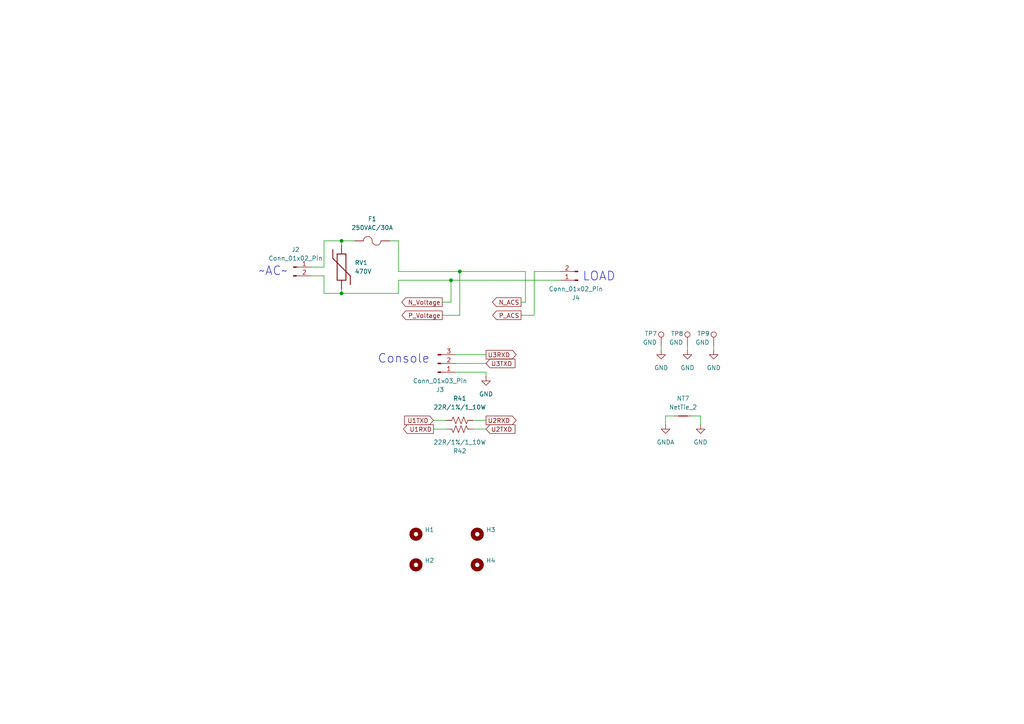
<source format=kicad_sch>
(kicad_sch (version 20231120) (generator "eeschema") (generator_version "8.0")
  (paper "A4")
  (lib_symbols
    (symbol "Connector:Conn_01x02_Pin" (pin_names (offset 1.016) hide)
      (property "Reference" "J" (at 0 2.54 0))
      (property "Value" "Conn_01x02_Pin" (at 0 -5.08 0))
      (symbol "Conn_01x02_Pin_1_1"
        (polyline (pts (xy 1.27 -2.54) (xy 0.8636 -2.54)) (stroke (width 0.1524)))
        (polyline (pts (xy 1.27 0) (xy 0.8636 0)) (stroke (width 0.1524)))
        (rectangle (start 0.8636 -2.413) (end 0 -2.667) (stroke (width 0.1524)) (fill (type outline)))
        (rectangle (start 0.8636 0.127) (end 0 -0.127) (stroke (width 0.1524)) (fill (type outline)))
        (pin passive line (at 5.08 0 180) (length 3.81) (name "Pin_1") (number "1"))
        (pin passive line (at 5.08 -2.54 180) (length 3.81) (name "Pin_2") (number "2"))
      )
    )
    (symbol "Connector:Conn_01x03_Pin" (pin_names (offset 1.016) hide)
      (property "Reference" "J" (at 0 5.08 0))
      (property "Value" "Conn_01x03_Pin" (at 0 -5.08 0))
      (symbol "Conn_01x03_Pin_1_1"
        (polyline (pts (xy 1.27 -2.54) (xy 0.8636 -2.54)) (stroke (width 0.1524)))
        (polyline (pts (xy 1.27 0) (xy 0.8636 0)) (stroke (width 0.1524)))
        (polyline (pts (xy 1.27 2.54) (xy 0.8636 2.54)) (stroke (width 0.1524)))
        (rectangle (start 0.8636 -2.413) (end 0 -2.667) (stroke (width 0.1524)) (fill (type outline)))
        (rectangle (start 0.8636 0.127) (end 0 -0.127) (stroke (width 0.1524)) (fill (type outline)))
        (rectangle (start 0.8636 2.667) (end 0 2.413) (stroke (width 0.1524)) (fill (type outline)))
        (pin passive line (at 5.08 2.54 180) (length 3.81) (name "Pin_1") (number "1"))
        (pin passive line (at 5.08 0 180) (length 3.81) (name "Pin_2") (number "2"))
        (pin passive line (at 5.08 -2.54 180) (length 3.81) (name "Pin_3") (number "3"))
      )
    )
    (symbol "Connector:TestPoint" (pin_numbers hide) (pin_names (offset 0.762) hide)
      (property "Reference" "TP" (at 0 6.858 0))
      (property "Value" "TestPoint" (at 0 5.08 0))
      (symbol "TestPoint_0_1"
        (circle (center 0 3.302) (radius 0.762))
      )
      (symbol "TestPoint_1_1"
        (pin passive line (at 0 0 90) (length 2.54) (name "1") (number "1"))
      )
    )
    (symbol "Device:NetTie_2" (pin_numbers hide) (pin_names (offset 0) hide) (in_bom no)
      (property "Reference" "NT" (at 0 1.27 0))
      (property "Value" "NetTie_2" (at 0 -1.27 0))
      (symbol "NetTie_2_0_1"
        (polyline (pts (xy -1.27 0) (xy 1.27 0)) (stroke (width 0.254)))
      )
      (symbol "NetTie_2_1_1"
        (pin passive line (at -2.54 0 0) (length 2.54) (name "1") (number "1"))
        (pin passive line (at 2.54 0 180) (length 2.54) (name "2") (number "2"))
      )
    )
    (symbol "Measurement_Power_AC:FUSE_250VAC_30A" (pin_numbers hide) (pin_names (offset 1.016) hide)
      (property "Reference" "F" (at -5.08 2.54 0))
      (property "Value" "250VAC/30A" (at -5.08 -3.81 0))
      (symbol "FUSE_250VAC_30A_0_0"
        (arc (start 0 0) (mid 1.27 -1.27) (end 2.54 0) (stroke (width 0.1524)))
        (pin passive line (at -5.08 0 0) (length 2.54) (name "~") (number "1"))
        (pin passive line (at 5.08 0 180) (length 2.54) (name "~") (number "2"))
      )
      (symbol "FUSE_250VAC_30A_1_0"
        (arc (start 0 0) (mid -1.27 1.27) (end -2.54 0) (stroke (width 0.1524)))
      )
    )
    (symbol "Measurement_Power_AC:MOV-07D471K" (pin_numbers hide) (pin_names hide)
      (property "Reference" "RV" (at -3.81 3.81 0))
      (property "Value" "470V" (at 2.286 -3.048 0))
      (symbol "MOV-07D471K_0_0"
        (polyline (pts (xy -5.08 -2.54) (xy -2.54 -2.54)) (stroke (width 0.254)))
        (polyline (pts (xy -3.81 1.27) (xy -3.81 -1.27)) (stroke (width 0.254)))
        (polyline (pts (xy -3.81 1.27) (xy 3.81 1.27)) (stroke (width 0.254)))
        (polyline (pts (xy 2.54 2.54) (xy -2.54 -2.54)) (stroke (width 0.254)))
        (polyline (pts (xy 2.54 2.54) (xy 5.08 2.54)) (stroke (width 0.254)))
        (polyline (pts (xy 3.81 -1.27) (xy -3.81 -1.27)) (stroke (width 0.254)))
        (polyline (pts (xy 3.81 -1.27) (xy 3.81 1.27)) (stroke (width 0.254)))
        (pin bidirectional line (at -6.35 0 0) (length 2.54) (name "~") (number "1"))
        (pin bidirectional line (at 6.35 0 180) (length 2.54) (name "~") (number "2"))
      )
    )
    (symbol "Measurement_Power_AC:Res_22R_0603_1%" (pin_numbers hide) (pin_names hide)
      (property "Reference" "R" (at 0 0 0))
      (property "Value" "22R/1%/1_10W" (at 0 0 0))
      (symbol "Res_22R_0603_1%_0_1"
        (polyline (pts (xy -2.286 -3.81) (xy -2.54 -3.81)))
        (polyline (pts (xy 2.286 -3.81) (xy 2.54 -3.81)))
        (polyline (pts (xy -2.286 -3.81) (xy -1.905 -2.794) (xy -1.524 -3.81) (xy -1.143 -4.826) (xy -0.762 -3.81)))
        (polyline (pts (xy -0.762 -3.81) (xy -0.381 -2.794) (xy 0 -3.81) (xy 0.381 -4.826) (xy 0.762 -3.81)))
        (polyline (pts (xy 0.762 -3.81) (xy 1.143 -2.794) (xy 1.524 -3.81) (xy 1.905 -4.826) (xy 2.286 -3.81)))
      )
      (symbol "Res_22R_0603_1%_1_1"
        (pin passive line (at -3.81 -3.81 0) (length 1.27) (name "~") (number "1"))
        (pin passive line (at 3.81 -3.81 180) (length 1.27) (name "~") (number "2"))
      )
    )
    (symbol "Mechanical:MountingHole" (pin_names (offset 1.016)) (exclude_from_sim yes) (in_bom no)
      (property "Reference" "H" (at 0 5.08 0))
      (property "Value" "MountingHole" (at 0 3.175 0))
      (symbol "MountingHole_0_1"
        (circle (center 0 0) (radius 1.27) (stroke (width 1.27)))
      )
    )
    (symbol "power:GND" (power) (pin_numbers hide) (pin_names (offset 0) hide)
      (property "Value" "GND" (at 0 -3.81 0))
      (symbol "GND_0_1"
        (polyline (pts (xy 0 0) (xy 0 -1.27) (xy 1.27 -1.27) (xy 0 -2.54) (xy -1.27 -1.27) (xy 0 -1.27)))
      )
      (symbol "GND_1_1"
        (pin power_in line (at 0 0 270) (length 0) (name "~") (number "1"))
      )
    )
    (symbol "power:GNDA" (power) (pin_numbers hide) (pin_names (offset 0) hide)
      (property "Value" "GNDA" (at 0 -3.81 0))
      (symbol "GNDA_0_1"
        (polyline (pts (xy 0 0) (xy 0 -1.27) (xy 1.27 -1.27) (xy 0 -2.54) (xy -1.27 -1.27) (xy 0 -1.27)))
      )
      (symbol "GNDA_1_1"
        (pin power_in line (at 0 0 270) (length 0) (name "~") (number "1"))
      )
    )
  )
  (junction (at 130.81 81.28))
  (junction (at 133.35 78.74))
  (junction (at 99.06 69.85))
  (junction (at 99.06 85.09))
  (wire (pts (xy 115.57 78.74) (xy 133.35 78.74)))
  (wire (pts (xy 93.98 80.01) (xy 93.98 85.09)))
  (wire (pts (xy 154.94 91.44) (xy 154.94 78.74)))
  (wire (pts (xy 207.01 100.33) (xy 207.01 101.6)))
  (wire (pts (xy 193.04 120.65) (xy 195.58 120.65)))
  (wire (pts (xy 125.73 121.92) (xy 129.54 121.92)))
  (wire (pts (xy 199.39 100.33) (xy 199.39 101.6)))
  (wire (pts (xy 93.98 69.85) (xy 99.06 69.85)))
  (wire (pts (xy 132.08 102.87) (xy 140.97 102.87)))
  (wire (pts (xy 115.57 69.85) (xy 115.57 78.74)))
  (wire (pts (xy 132.08 105.41) (xy 140.97 105.41)))
  (wire (pts (xy 115.57 81.28) (xy 115.57 85.09)))
  (wire (pts (xy 203.2 120.65) (xy 203.2 123.19)))
  (wire (pts (xy 130.81 81.28) (xy 115.57 81.28)))
  (wire (pts (xy 130.81 87.63) (xy 130.81 81.28)))
  (wire (pts (xy 99.06 71.12) (xy 99.06 69.85)))
  (wire (pts (xy 152.4 87.63) (xy 152.4 78.74)))
  (wire (pts (xy 133.35 91.44) (xy 133.35 78.74)))
  (wire (pts (xy 140.97 107.95) (xy 140.97 109.22)))
  (wire (pts (xy 132.08 107.95) (xy 140.97 107.95)))
  (wire (pts (xy 152.4 78.74) (xy 133.35 78.74)))
  (wire (pts (xy 154.94 78.74) (xy 162.56 78.74)))
  (wire (pts (xy 151.13 87.63) (xy 152.4 87.63)))
  (wire (pts (xy 93.98 77.47) (xy 93.98 69.85)))
  (wire (pts (xy 128.27 87.63) (xy 130.81 87.63)))
  (wire (pts (xy 137.16 124.46) (xy 140.97 124.46)))
  (wire (pts (xy 113.03 69.85) (xy 115.57 69.85)))
  (wire (pts (xy 191.77 100.33) (xy 191.77 101.6)))
  (wire (pts (xy 128.27 91.44) (xy 133.35 91.44)))
  (wire (pts (xy 193.04 123.19) (xy 193.04 120.65)))
  (wire (pts (xy 125.73 124.46) (xy 129.54 124.46)))
  (wire (pts (xy 99.06 85.09) (xy 115.57 85.09)))
  (wire (pts (xy 93.98 85.09) (xy 99.06 85.09)))
  (wire (pts (xy 137.16 121.92) (xy 140.97 121.92)))
  (wire (pts (xy 151.13 91.44) (xy 154.94 91.44)))
  (wire (pts (xy 99.06 83.82) (xy 99.06 85.09)))
  (wire (pts (xy 99.06 69.85) (xy 102.87 69.85)))
  (wire (pts (xy 130.81 81.28) (xy 162.56 81.28)))
  (wire (pts (xy 90.17 77.47) (xy 93.98 77.47)))
  (wire (pts (xy 203.2 120.65) (xy 200.66 120.65)))
  (wire (pts (xy 90.17 80.01) (xy 93.98 80.01)))
  (text "LOAD" (at 173.736 80.264 0) (effects (font (size 2.54 2.54))))
  (text "Console\n" (at 117.094 104.14 0) (effects (font (size 2.54 2.54))))
  (text "~AC~" (at 79.248 78.74 0) (effects (font (size 2.54 2.54))))
  (global_label "U1RXD" (shape output) (at 125.73 124.46 180) (property "Intersheetrefs" "${INTERSHEET_REFS}" (effects (hide yes))))
  (global_label "U3RXD" (shape output) (at 140.97 102.87 0) (property "Intersheetrefs" "${INTERSHEET_REFS}" (effects (hide yes))))
  (global_label "U1TXD" (shape input) (at 125.73 121.92 180) (property "Intersheetrefs" "${INTERSHEET_REFS}" (effects (hide yes))))
  (global_label "U3TXD" (shape input) (at 140.97 105.41 0) (property "Intersheetrefs" "${INTERSHEET_REFS}" (effects (hide yes))))
  (global_label "U2RXD" (shape output) (at 140.97 121.92 0) (effects (font (thickness 0.1588))) (property "Intersheetrefs" "${INTERSHEET_REFS}" (effects (hide yes))))
  (global_label "P_Voltage" (shape output) (at 128.27 91.44 180) (property "Intersheetrefs" "${INTERSHEET_REFS}" (effects (hide yes))))
  (global_label "P_ACS" (shape output) (at 151.13 91.44 180) (property "Intersheetrefs" "${INTERSHEET_REFS}" (effects (hide yes))))
  (global_label "N_Voltage" (shape output) (at 128.27 87.63 180) (property "Intersheetrefs" "${INTERSHEET_REFS}" (effects (hide yes))))
  (global_label "N_ACS" (shape output) (at 151.13 87.63 180) (property "Intersheetrefs" "${INTERSHEET_REFS}" (effects (hide yes))))
  (global_label "U2TXD" (shape input) (at 140.97 124.46 0) (effects (font (thickness 0.1588))) (property "Intersheetrefs" "${INTERSHEET_REFS}" (effects (hide yes))))
  (symbol (lib_id "Mechanical:MountingHole") (at 120.65 154.94 0) (unit 1) (exclude_from_sim yes) (in_bom no)
    (property "Reference" "H1" (at 123.19 153.6699 0) (effects (justify left)))
    (property "Value" "MountingHole" (effects (hide yes)))
    (property "Footprint" "MountingHole:MountingHole_3.2mm_M3_Pad_Via" (effects (hide yes)))
    (property "Description" "Mounting Hole without connection" (effects (hide yes)))
  )
  (symbol (lib_id "Connector:Conn_01x02_Pin") (at 167.64 81.28 180) (unit 1)
    (property "Reference" "J4" (at 167.005 86.36 0))
    (property "Value" "Conn_01x02_Pin" (at 167.005 83.82 0))
    (property "Footprint" "TerminalBlock_Phoenix:TerminalBlock_Phoenix_MKDS-1,5-2-5.08_1x02_P5.08mm_Horizontal" (effects (hide yes)))
    (property "Description" "Generic connector, single row, 01x02, script generated" (effects (hide yes)))
  )
  (symbol (lib_id "Measurement_Power_AC:MOV-07D471K") (at 99.06 77.47 90) (unit 1)
    (property "Reference" "RV1" (at 102.87 76.1999 90) (effects (justify right)))
    (property "Value" "470V" (at 102.87 78.7399 90) (effects (justify right)))
    (property "Footprint" "Measure_Power_AC:MOV07D471K" (effects (hide yes)))
    (property "Description" "MOV-07D471K, Varistors 7D471K 470V" (effects (hide yes)))
    (property "Supply name" "Thegioiic" (effects (hide yes)))
    (property "Supply part number" "Tụ Chống Sét Varistor 07D471K 470V" (effects (hide yes)))
    (property "Supply URL" "https://www.thegioiic.com/tu-chong-set-varistor-07d471k-470v" (effects (hide yes)))
  )
  (symbol (lib_id "Connector:TestPoint") (at 199.39 100.33 0) (unit 1)
    (property "Reference" "TP8" (at 194.564 96.774 0) (effects (justify left)))
    (property "Value" "GND" (at 194.056 99.314 0) (effects (justify left)))
    (property "Footprint" "TestPoint:TestPoint_Pad_3.0x3.0mm" (effects (hide yes)))
    (property "Description" "test point" (effects (hide yes)))
  )
  (symbol (lib_id "Measurement_Power_AC:Res_22R_0603_1%") (at 133.35 128.27 0) (mirror x) (unit 1)
    (property "Reference" "R42" (at 133.35 130.81 0))
    (property "Value" "22R/1%/1_10W" (at 133.35 128.27 0))
    (property "Footprint" "Measure_Power_AC:Res_0603" (effects (hide yes)))
    (property "Description" "Điện Trở 22 Ohm 0603 1%" (effects (hide yes)))
    (property "Supply Name" "Thegioiic" (effects (hide yes)))
    (property "Supply Part Number" "Điện Trở 22 Ohm 0603 1%" (effects (hide yes)))
    (property "Supply URL" "https://www.thegioiic.com/dien-tro-22-ohm-0603-1-" (effects (hide yes)))
  )
  (symbol (lib_id "Mechanical:MountingHole") (at 138.43 154.94 0) (unit 1) (exclude_from_sim yes) (in_bom no)
    (property "Reference" "H3" (at 140.97 153.6699 0) (effects (justify left)))
    (property "Value" "MountingHole" (effects (hide yes)))
    (property "Footprint" "MountingHole:MountingHole_3.2mm_M3_Pad_Via" (effects (hide yes)))
    (property "Description" "Mounting Hole without connection" (effects (hide yes)))
  )
  (symbol (lib_id "Mechanical:MountingHole") (at 138.43 163.83 0) (unit 1) (exclude_from_sim yes) (in_bom no)
    (property "Reference" "H4" (at 140.97 162.5599 0) (effects (justify left)))
    (property "Value" "MountingHole" (effects (hide yes)))
    (property "Footprint" "MountingHole:MountingHole_3.2mm_M3_Pad_Via" (effects (hide yes)))
    (property "Description" "Mounting Hole without connection" (effects (hide yes)))
  )
  (symbol (lib_id "Device:NetTie_2") (at 198.12 120.65 0) (unit 1) (in_bom no)
    (property "Reference" "NT7" (at 198.12 115.57 0))
    (property "Value" "NetTie_2" (at 198.12 118.11 0))
    (property "Footprint" "NetTie:NetTie-2_SMD_Pad0.5mm" (effects (hide yes)))
    (property "Description" "Net tie, 2 pins" (effects (hide yes)))
  )
  (symbol (lib_id "power:GND") (at 207.01 101.6 0) (unit 1)
    (property "Reference" "#PWR0153" (effects (hide yes)))
    (property "Value" "GND" (at 207.01 106.68 0))
    (property "Description" "Power symbol creates a global label with name \"GND\" , ground" (effects (hide yes)))
  )
  (symbol (lib_id "Measurement_Power_AC:Res_22R_0603_1%") (at 133.35 118.11 0) (unit 1)
    (property "Reference" "R41" (at 133.35 115.57 0))
    (property "Value" "22R/1%/1_10W" (at 133.35 118.11 0))
    (property "Footprint" "Measure_Power_AC:Res_0603" (effects (hide yes)))
    (property "Description" "Điện Trở 22 Ohm 0603 1%" (effects (hide yes)))
    (property "Supply Name" "Thegioiic" (effects (hide yes)))
    (property "Supply Part Number" "Điện Trở 22 Ohm 0603 1%" (effects (hide yes)))
    (property "Supply URL" "https://www.thegioiic.com/dien-tro-22-ohm-0603-1-" (effects (hide yes)))
  )
  (symbol (lib_id "Connector:TestPoint") (at 207.01 100.33 0) (unit 1)
    (property "Reference" "TP9" (at 202.184 96.774 0) (effects (justify left)))
    (property "Value" "GND" (at 201.676 99.314 0) (effects (justify left)))
    (property "Footprint" "TestPoint:TestPoint_Pad_3.0x3.0mm" (effects (hide yes)))
    (property "Description" "test point" (effects (hide yes)))
  )
  (symbol (lib_id "power:GND") (at 191.77 101.6 0) (unit 1)
    (property "Reference" "#PWR0151" (effects (hide yes)))
    (property "Value" "GND" (at 191.77 106.68 0))
    (property "Description" "Power symbol creates a global label with name \"GND\" , ground" (effects (hide yes)))
  )
  (symbol (lib_id "power:GND") (at 203.2 123.19 0) (unit 1)
    (property "Reference" "#PWR0150" (effects (hide yes)))
    (property "Value" "GND" (at 203.2 128.27 0))
    (property "Description" "Power symbol creates a global label with name \"GND\" , ground" (effects (hide yes)))
  )
  (symbol (lib_id "Connector:TestPoint") (at 191.77 100.33 0) (unit 1)
    (property "Reference" "TP7" (at 186.944 96.774 0) (effects (justify left)))
    (property "Value" "GND" (at 186.436 99.314 0) (effects (justify left)))
    (property "Footprint" "TestPoint:TestPoint_Pad_3.0x3.0mm" (effects (hide yes)))
    (property "Description" "test point" (effects (hide yes)))
  )
  (symbol (lib_id "power:GND") (at 199.39 101.6 0) (unit 1)
    (property "Reference" "#PWR0152" (effects (hide yes)))
    (property "Value" "GND" (at 199.39 106.68 0))
    (property "Description" "Power symbol creates a global label with name \"GND\" , ground" (effects (hide yes)))
  )
  (symbol (lib_id "power:GNDA") (at 193.04 123.19 0) (unit 1)
    (property "Reference" "#PWR0149" (effects (hide yes)))
    (property "Value" "GNDA" (at 193.04 128.27 0))
    (property "Description" "Power symbol creates a global label with name \"GNDA\" , analog ground" (effects (hide yes)))
  )
  (symbol (lib_id "Connector:Conn_01x02_Pin") (at 85.09 77.47 0) (unit 1)
    (property "Reference" "J2" (at 85.725 72.39 0))
    (property "Value" "Conn_01x02_Pin" (at 85.725 74.93 0))
    (property "Footprint" "TerminalBlock_Phoenix:TerminalBlock_Phoenix_MKDS-1,5-2-5.08_1x02_P5.08mm_Horizontal" (effects (hide yes)))
    (property "Description" "Generic connector, single row, 01x02, script generated" (effects (hide yes)))
  )
  (symbol (lib_id "power:GND") (at 140.97 109.22 0) (unit 1)
    (property "Reference" "#PWR0148" (effects (hide yes)))
    (property "Value" "GND" (at 140.97 114.3 0))
    (property "Description" "Power symbol creates a global label with name \"GND\" , ground" (effects (hide yes)))
  )
  (symbol (lib_id "Mechanical:MountingHole") (at 120.65 163.83 0) (unit 1) (exclude_from_sim yes) (in_bom no)
    (property "Reference" "H2" (at 123.19 162.5599 0) (effects (justify left)))
    (property "Value" "MountingHole" (effects (hide yes)))
    (property "Footprint" "MountingHole:MountingHole_3.2mm_M3_Pad_Via" (effects (hide yes)))
    (property "Description" "Mounting Hole without connection" (effects (hide yes)))
  )
  (symbol (lib_id "Measurement_Power_AC:FUSE_250VAC_30A") (at 107.95 69.85 0) (unit 1)
    (property "Reference" "F1" (at 107.95 63.5 0))
    (property "Value" "250VAC/30A" (at 107.95 66.04 0))
    (property "Footprint" "Measure_Power_AC:FUSE_SMD_1808" (effects (hide yes)))
    (property "Description" "Kích thước: 9.73 x 5.03 x 3.81mm" (effects (hide yes)))
    (property "Supply name" "Thegioiic" (effects (hide yes)))
    (property "Supply part number" "Đế Cầu Chì 1808 Dán SMD" (effects (hide yes)))
    (property "Supply URL" "https://www.thegioiic.com/de-cau-chi-1808-dan-smd" (effects (hide yes)))
  )
  (symbol (lib_id "Connector:Conn_01x03_Pin") (at 127 105.41 0) (mirror x) (unit 1)
    (property "Reference" "J3" (at 127.635 113.03 0))
    (property "Value" "Conn_01x03_Pin" (at 127.635 110.49 0))
    (property "Footprint" "Connector_JST:JST_XH_B3B-XH-A_1x03_P2.50mm_Vertical" (effects (hide yes)))
    (property "Description" "Generic connector, single row, 01x03, script generated" (effects (hide yes)))
  )
)
</source>
